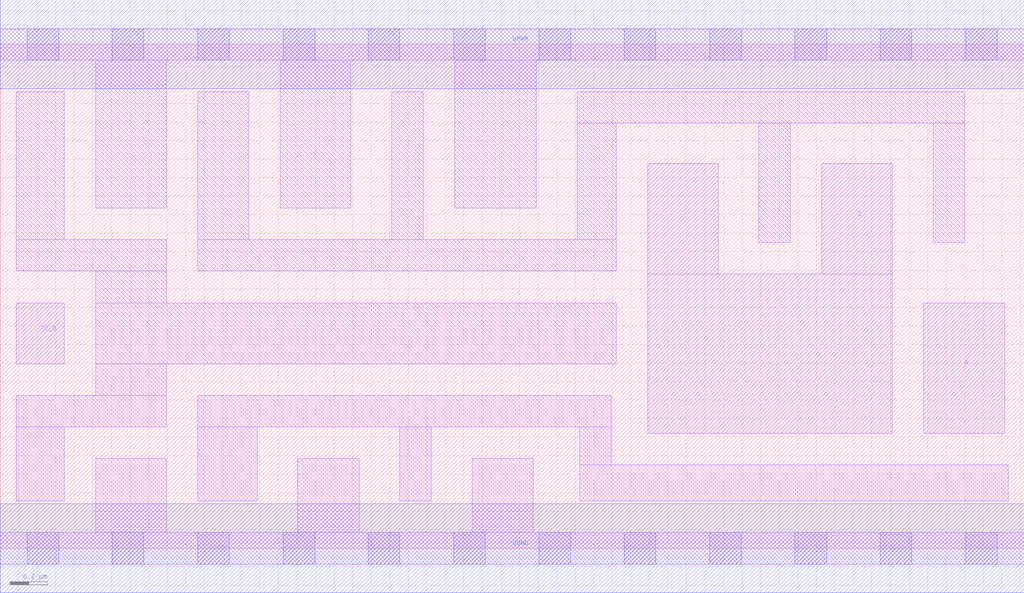
<source format=lef>
# Copyright 2020 The SkyWater PDK Authors
#
# Licensed under the Apache License, Version 2.0 (the "License");
# you may not use this file except in compliance with the License.
# You may obtain a copy of the License at
#
#     https://www.apache.org/licenses/LICENSE-2.0
#
# Unless required by applicable law or agreed to in writing, software
# distributed under the License is distributed on an "AS IS" BASIS,
# WITHOUT WARRANTIES OR CONDITIONS OF ANY KIND, either express or implied.
# See the License for the specific language governing permissions and
# limitations under the License.
#
# SPDX-License-Identifier: Apache-2.0

VERSION 5.7 ;
BUSBITCHARS "[]" ;
DIVIDERCHAR "/" ;
PROPERTYDEFINITIONS
  MACRO maskLayoutSubType STRING ;
  MACRO prCellType STRING ;
  MACRO originalViewName STRING ;
END PROPERTYDEFINITIONS
MACRO sky130_fd_sc_hdll__einvn_4
  ORIGIN  0.000000  0.000000 ;
  CLASS CORE ;
  SYMMETRY X Y R90 ;
  SIZE  5.520000 BY  2.720000 ;
  SITE unithd ;
  PIN A
    ANTENNAGATEAREA  1.110000 ;
    DIRECTION INPUT ;
    USE SIGNAL ;
    PORT
      LAYER li1 ;
        RECT 4.980000 0.620000 5.415000 1.325000 ;
    END
  END A
  PIN TE_B
    ANTENNAGATEAREA  0.954300 ;
    DIRECTION INPUT ;
    USE SIGNAL ;
    PORT
      LAYER li1 ;
        RECT 0.085000 0.995000 0.345000 1.325000 ;
    END
  END TE_B
  PIN VGND
    DIRECTION INOUT ;
    USE SIGNAL ;
    PORT
      LAYER met1 ;
        RECT 0.000000 -0.240000 5.520000 0.240000 ;
    END
  END VGND
  PIN VPWR
    DIRECTION INOUT ;
    USE SIGNAL ;
    PORT
      LAYER met1 ;
        RECT 0.000000 2.480000 5.520000 2.960000 ;
    END
  END VPWR
  PIN Z
    ANTENNADIFFAREA  0.996000 ;
    DIRECTION OUTPUT ;
    USE SIGNAL ;
    PORT
      LAYER li1 ;
        RECT 3.490000 0.620000 4.810000 1.480000 ;
        RECT 3.490000 1.480000 3.870000 2.075000 ;
        RECT 4.430000 1.480000 4.810000 2.075000 ;
    END
  END Z
  OBS
    LAYER li1 ;
      RECT 0.000000 -0.085000 5.520000 0.085000 ;
      RECT 0.000000  2.635000 5.520000 2.805000 ;
      RECT 0.085000  0.255000 0.345000 0.655000 ;
      RECT 0.085000  0.655000 0.895000 0.825000 ;
      RECT 0.085000  1.495000 0.895000 1.665000 ;
      RECT 0.085000  1.665000 0.345000 2.465000 ;
      RECT 0.515000  0.085000 0.895000 0.485000 ;
      RECT 0.515000  0.825000 0.895000 0.995000 ;
      RECT 0.515000  0.995000 3.320000 1.325000 ;
      RECT 0.515000  1.325000 0.895000 1.495000 ;
      RECT 0.515000  1.835000 0.895000 2.635000 ;
      RECT 1.065000  0.255000 1.385000 0.655000 ;
      RECT 1.065000  0.655000 3.295000 0.825000 ;
      RECT 1.065000  1.495000 3.320000 1.665000 ;
      RECT 1.065000  1.665000 1.340000 2.465000 ;
      RECT 1.510000  1.835000 1.890000 2.635000 ;
      RECT 1.605000  0.085000 1.935000 0.485000 ;
      RECT 2.110000  1.665000 2.280000 2.465000 ;
      RECT 2.155000  0.255000 2.325000 0.655000 ;
      RECT 2.450000  1.835000 2.890000 2.635000 ;
      RECT 2.545000  0.085000 2.875000 0.485000 ;
      RECT 3.110000  1.665000 3.320000 2.295000 ;
      RECT 3.110000  2.295000 5.200000 2.465000 ;
      RECT 3.125000  0.255000 5.435000 0.450000 ;
      RECT 3.125000  0.450000 3.295000 0.655000 ;
      RECT 4.090000  1.650000 4.260000 2.295000 ;
      RECT 5.030000  1.650000 5.200000 2.295000 ;
    LAYER mcon ;
      RECT 0.145000 -0.085000 0.315000 0.085000 ;
      RECT 0.145000  2.635000 0.315000 2.805000 ;
      RECT 0.605000 -0.085000 0.775000 0.085000 ;
      RECT 0.605000  2.635000 0.775000 2.805000 ;
      RECT 1.065000 -0.085000 1.235000 0.085000 ;
      RECT 1.065000  2.635000 1.235000 2.805000 ;
      RECT 1.525000 -0.085000 1.695000 0.085000 ;
      RECT 1.525000  2.635000 1.695000 2.805000 ;
      RECT 1.985000 -0.085000 2.155000 0.085000 ;
      RECT 1.985000  2.635000 2.155000 2.805000 ;
      RECT 2.445000 -0.085000 2.615000 0.085000 ;
      RECT 2.445000  2.635000 2.615000 2.805000 ;
      RECT 2.905000 -0.085000 3.075000 0.085000 ;
      RECT 2.905000  2.635000 3.075000 2.805000 ;
      RECT 3.365000 -0.085000 3.535000 0.085000 ;
      RECT 3.365000  2.635000 3.535000 2.805000 ;
      RECT 3.825000 -0.085000 3.995000 0.085000 ;
      RECT 3.825000  2.635000 3.995000 2.805000 ;
      RECT 4.285000 -0.085000 4.455000 0.085000 ;
      RECT 4.285000  2.635000 4.455000 2.805000 ;
      RECT 4.745000 -0.085000 4.915000 0.085000 ;
      RECT 4.745000  2.635000 4.915000 2.805000 ;
      RECT 5.205000 -0.085000 5.375000 0.085000 ;
      RECT 5.205000  2.635000 5.375000 2.805000 ;
  END
  PROPERTY maskLayoutSubType "abstract" ;
  PROPERTY prCellType "standard" ;
  PROPERTY originalViewName "layout" ;
END sky130_fd_sc_hdll__einvn_4

</source>
